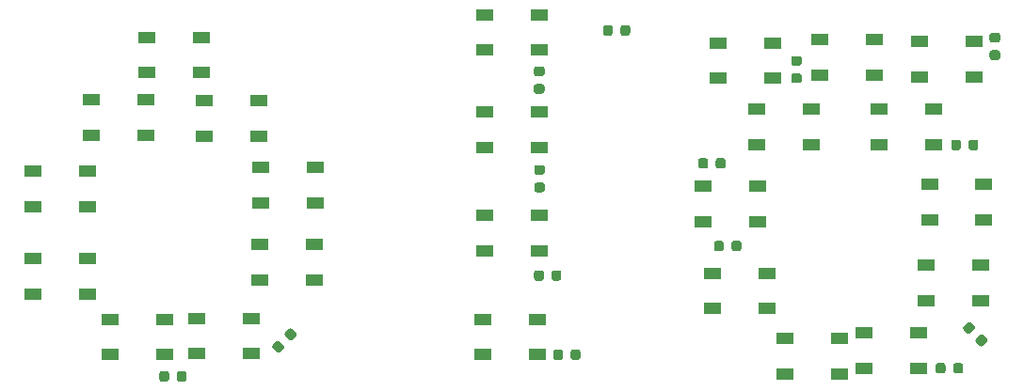
<source format=gbr>
%TF.GenerationSoftware,KiCad,Pcbnew,(5.1.10)-1*%
%TF.CreationDate,2021-10-30T22:23:43+11:00*%
%TF.ProjectId,HYD ISO Panel PCB V2,48594420-4953-44f2-9050-616e656c2050,rev?*%
%TF.SameCoordinates,Original*%
%TF.FileFunction,Paste,Top*%
%TF.FilePolarity,Positive*%
%FSLAX46Y46*%
G04 Gerber Fmt 4.6, Leading zero omitted, Abs format (unit mm)*
G04 Created by KiCad (PCBNEW (5.1.10)-1) date 2021-10-30 22:23:43*
%MOMM*%
%LPD*%
G01*
G04 APERTURE LIST*
%ADD10R,1.500000X1.000000*%
G04 APERTURE END LIST*
%TO.C,R1*%
G36*
G01*
X131784940Y-66253070D02*
X131784940Y-65740570D01*
G75*
G02*
X132003690Y-65521820I218750J0D01*
G01*
X132441190Y-65521820D01*
G75*
G02*
X132659940Y-65740570I0J-218750D01*
G01*
X132659940Y-66253070D01*
G75*
G02*
X132441190Y-66471820I-218750J0D01*
G01*
X132003690Y-66471820D01*
G75*
G02*
X131784940Y-66253070I0J218750D01*
G01*
G37*
G36*
G01*
X130209940Y-66253070D02*
X130209940Y-65740570D01*
G75*
G02*
X130428690Y-65521820I218750J0D01*
G01*
X130866190Y-65521820D01*
G75*
G02*
X131084940Y-65740570I0J-218750D01*
G01*
X131084940Y-66253070D01*
G75*
G02*
X130866190Y-66471820I-218750J0D01*
G01*
X130428690Y-66471820D01*
G75*
G02*
X130209940Y-66253070I0J218750D01*
G01*
G37*
%TD*%
%TO.C,C15*%
G36*
G01*
X141787260Y-85676450D02*
X141787260Y-85163950D01*
G75*
G02*
X142006010Y-84945200I218750J0D01*
G01*
X142443510Y-84945200D01*
G75*
G02*
X142662260Y-85163950I0J-218750D01*
G01*
X142662260Y-85676450D01*
G75*
G02*
X142443510Y-85895200I-218750J0D01*
G01*
X142006010Y-85895200D01*
G75*
G02*
X141787260Y-85676450I0J218750D01*
G01*
G37*
G36*
G01*
X140212260Y-85676450D02*
X140212260Y-85163950D01*
G75*
G02*
X140431010Y-84945200I218750J0D01*
G01*
X140868510Y-84945200D01*
G75*
G02*
X141087260Y-85163950I0J-218750D01*
G01*
X141087260Y-85676450D01*
G75*
G02*
X140868510Y-85895200I-218750J0D01*
G01*
X140431010Y-85895200D01*
G75*
G02*
X140212260Y-85676450I0J218750D01*
G01*
G37*
%TD*%
%TO.C,C14*%
G36*
G01*
X147368550Y-69864620D02*
X147881050Y-69864620D01*
G75*
G02*
X148099800Y-70083370I0J-218750D01*
G01*
X148099800Y-70520870D01*
G75*
G02*
X147881050Y-70739620I-218750J0D01*
G01*
X147368550Y-70739620D01*
G75*
G02*
X147149800Y-70520870I0J218750D01*
G01*
X147149800Y-70083370D01*
G75*
G02*
X147368550Y-69864620I218750J0D01*
G01*
G37*
G36*
G01*
X147368550Y-68289620D02*
X147881050Y-68289620D01*
G75*
G02*
X148099800Y-68508370I0J-218750D01*
G01*
X148099800Y-68945870D01*
G75*
G02*
X147881050Y-69164620I-218750J0D01*
G01*
X147368550Y-69164620D01*
G75*
G02*
X147149800Y-68945870I0J218750D01*
G01*
X147149800Y-68508370D01*
G75*
G02*
X147368550Y-68289620I218750J0D01*
G01*
G37*
%TD*%
%TO.C,C13*%
G36*
G01*
X165214590Y-67779480D02*
X165727090Y-67779480D01*
G75*
G02*
X165945840Y-67998230I0J-218750D01*
G01*
X165945840Y-68435730D01*
G75*
G02*
X165727090Y-68654480I-218750J0D01*
G01*
X165214590Y-68654480D01*
G75*
G02*
X164995840Y-68435730I0J218750D01*
G01*
X164995840Y-67998230D01*
G75*
G02*
X165214590Y-67779480I218750J0D01*
G01*
G37*
G36*
G01*
X165214590Y-66204480D02*
X165727090Y-66204480D01*
G75*
G02*
X165945840Y-66423230I0J-218750D01*
G01*
X165945840Y-66860730D01*
G75*
G02*
X165727090Y-67079480I-218750J0D01*
G01*
X165214590Y-67079480D01*
G75*
G02*
X164995840Y-66860730I0J218750D01*
G01*
X164995840Y-66423230D01*
G75*
G02*
X165214590Y-66204480I218750J0D01*
G01*
G37*
%TD*%
%TO.C,C12*%
G36*
G01*
X163643742Y-92915729D02*
X163281349Y-93278122D01*
G75*
G02*
X162971989Y-93278122I-154680J154680D01*
G01*
X162662630Y-92968763D01*
G75*
G02*
X162662630Y-92659403I154680J154680D01*
G01*
X163025023Y-92297010D01*
G75*
G02*
X163334383Y-92297010I154680J-154680D01*
G01*
X163643742Y-92606369D01*
G75*
G02*
X163643742Y-92915729I-154680J-154680D01*
G01*
G37*
G36*
G01*
X164757436Y-94029423D02*
X164395043Y-94391816D01*
G75*
G02*
X164085683Y-94391816I-154680J154680D01*
G01*
X163776324Y-94082457D01*
G75*
G02*
X163776324Y-93773097I154680J154680D01*
G01*
X164138717Y-93410704D01*
G75*
G02*
X164448077Y-93410704I154680J-154680D01*
G01*
X164757436Y-93720063D01*
G75*
G02*
X164757436Y-94029423I-154680J-154680D01*
G01*
G37*
%TD*%
%TO.C,C11*%
G36*
G01*
X161029000Y-96172310D02*
X161029000Y-96684810D01*
G75*
G02*
X160810250Y-96903560I-218750J0D01*
G01*
X160372750Y-96903560D01*
G75*
G02*
X160154000Y-96684810I0J218750D01*
G01*
X160154000Y-96172310D01*
G75*
G02*
X160372750Y-95953560I218750J0D01*
G01*
X160810250Y-95953560D01*
G75*
G02*
X161029000Y-96172310I0J-218750D01*
G01*
G37*
G36*
G01*
X162604000Y-96172310D02*
X162604000Y-96684810D01*
G75*
G02*
X162385250Y-96903560I-218750J0D01*
G01*
X161947750Y-96903560D01*
G75*
G02*
X161729000Y-96684810I0J218750D01*
G01*
X161729000Y-96172310D01*
G75*
G02*
X161947750Y-95953560I218750J0D01*
G01*
X162385250Y-95953560D01*
G75*
G02*
X162604000Y-96172310I0J-218750D01*
G01*
G37*
%TD*%
%TO.C,C9*%
G36*
G01*
X162410560Y-76047890D02*
X162410560Y-76560390D01*
G75*
G02*
X162191810Y-76779140I-218750J0D01*
G01*
X161754310Y-76779140D01*
G75*
G02*
X161535560Y-76560390I0J218750D01*
G01*
X161535560Y-76047890D01*
G75*
G02*
X161754310Y-75829140I218750J0D01*
G01*
X162191810Y-75829140D01*
G75*
G02*
X162410560Y-76047890I0J-218750D01*
G01*
G37*
G36*
G01*
X163985560Y-76047890D02*
X163985560Y-76560390D01*
G75*
G02*
X163766810Y-76779140I-218750J0D01*
G01*
X163329310Y-76779140D01*
G75*
G02*
X163110560Y-76560390I0J218750D01*
G01*
X163110560Y-76047890D01*
G75*
G02*
X163329310Y-75829140I218750J0D01*
G01*
X163766810Y-75829140D01*
G75*
G02*
X163985560Y-76047890I0J-218750D01*
G01*
G37*
%TD*%
%TO.C,C8*%
G36*
G01*
X101135169Y-94003698D02*
X101497562Y-94366091D01*
G75*
G02*
X101497562Y-94675451I-154680J-154680D01*
G01*
X101188203Y-94984810D01*
G75*
G02*
X100878843Y-94984810I-154680J154680D01*
G01*
X100516450Y-94622417D01*
G75*
G02*
X100516450Y-94313057I154680J154680D01*
G01*
X100825809Y-94003698D01*
G75*
G02*
X101135169Y-94003698I154680J-154680D01*
G01*
G37*
G36*
G01*
X102248863Y-92890004D02*
X102611256Y-93252397D01*
G75*
G02*
X102611256Y-93561757I-154680J-154680D01*
G01*
X102301897Y-93871116D01*
G75*
G02*
X101992537Y-93871116I-154680J154680D01*
G01*
X101630144Y-93508723D01*
G75*
G02*
X101630144Y-93199363I154680J154680D01*
G01*
X101939503Y-92890004D01*
G75*
G02*
X102248863Y-92890004I154680J-154680D01*
G01*
G37*
%TD*%
%TO.C,C7*%
G36*
G01*
X140359980Y-78229170D02*
X140359980Y-77716670D01*
G75*
G02*
X140578730Y-77497920I218750J0D01*
G01*
X141016230Y-77497920D01*
G75*
G02*
X141234980Y-77716670I0J-218750D01*
G01*
X141234980Y-78229170D01*
G75*
G02*
X141016230Y-78447920I-218750J0D01*
G01*
X140578730Y-78447920D01*
G75*
G02*
X140359980Y-78229170I0J218750D01*
G01*
G37*
G36*
G01*
X138784980Y-78229170D02*
X138784980Y-77716670D01*
G75*
G02*
X139003730Y-77497920I218750J0D01*
G01*
X139441230Y-77497920D01*
G75*
G02*
X139659980Y-77716670I0J-218750D01*
G01*
X139659980Y-78229170D01*
G75*
G02*
X139441230Y-78447920I-218750J0D01*
G01*
X139003730Y-78447920D01*
G75*
G02*
X138784980Y-78229170I0J218750D01*
G01*
G37*
%TD*%
%TO.C,C6*%
G36*
G01*
X124767050Y-78994420D02*
X124254550Y-78994420D01*
G75*
G02*
X124035800Y-78775670I0J218750D01*
G01*
X124035800Y-78338170D01*
G75*
G02*
X124254550Y-78119420I218750J0D01*
G01*
X124767050Y-78119420D01*
G75*
G02*
X124985800Y-78338170I0J-218750D01*
G01*
X124985800Y-78775670D01*
G75*
G02*
X124767050Y-78994420I-218750J0D01*
G01*
G37*
G36*
G01*
X124767050Y-80569420D02*
X124254550Y-80569420D01*
G75*
G02*
X124035800Y-80350670I0J218750D01*
G01*
X124035800Y-79913170D01*
G75*
G02*
X124254550Y-79694420I218750J0D01*
G01*
X124767050Y-79694420D01*
G75*
G02*
X124985800Y-79913170I0J-218750D01*
G01*
X124985800Y-80350670D01*
G75*
G02*
X124767050Y-80569420I-218750J0D01*
G01*
G37*
%TD*%
%TO.C,C5*%
G36*
G01*
X124736570Y-70119660D02*
X124224070Y-70119660D01*
G75*
G02*
X124005320Y-69900910I0J218750D01*
G01*
X124005320Y-69463410D01*
G75*
G02*
X124224070Y-69244660I218750J0D01*
G01*
X124736570Y-69244660D01*
G75*
G02*
X124955320Y-69463410I0J-218750D01*
G01*
X124955320Y-69900910D01*
G75*
G02*
X124736570Y-70119660I-218750J0D01*
G01*
G37*
G36*
G01*
X124736570Y-71694660D02*
X124224070Y-71694660D01*
G75*
G02*
X124005320Y-71475910I0J218750D01*
G01*
X124005320Y-71038410D01*
G75*
G02*
X124224070Y-70819660I218750J0D01*
G01*
X124736570Y-70819660D01*
G75*
G02*
X124955320Y-71038410I0J-218750D01*
G01*
X124955320Y-71475910D01*
G75*
G02*
X124736570Y-71694660I-218750J0D01*
G01*
G37*
%TD*%
%TO.C,C4*%
G36*
G01*
X124897300Y-87813170D02*
X124897300Y-88325670D01*
G75*
G02*
X124678550Y-88544420I-218750J0D01*
G01*
X124241050Y-88544420D01*
G75*
G02*
X124022300Y-88325670I0J218750D01*
G01*
X124022300Y-87813170D01*
G75*
G02*
X124241050Y-87594420I218750J0D01*
G01*
X124678550Y-87594420D01*
G75*
G02*
X124897300Y-87813170I0J-218750D01*
G01*
G37*
G36*
G01*
X126472300Y-87813170D02*
X126472300Y-88325670D01*
G75*
G02*
X126253550Y-88544420I-218750J0D01*
G01*
X125816050Y-88544420D01*
G75*
G02*
X125597300Y-88325670I0J218750D01*
G01*
X125597300Y-87813170D01*
G75*
G02*
X125816050Y-87594420I218750J0D01*
G01*
X126253550Y-87594420D01*
G75*
G02*
X126472300Y-87813170I0J-218750D01*
G01*
G37*
%TD*%
%TO.C,C3*%
G36*
G01*
X126619620Y-94950570D02*
X126619620Y-95463070D01*
G75*
G02*
X126400870Y-95681820I-218750J0D01*
G01*
X125963370Y-95681820D01*
G75*
G02*
X125744620Y-95463070I0J218750D01*
G01*
X125744620Y-94950570D01*
G75*
G02*
X125963370Y-94731820I218750J0D01*
G01*
X126400870Y-94731820D01*
G75*
G02*
X126619620Y-94950570I0J-218750D01*
G01*
G37*
G36*
G01*
X128194620Y-94950570D02*
X128194620Y-95463070D01*
G75*
G02*
X127975870Y-95681820I-218750J0D01*
G01*
X127538370Y-95681820D01*
G75*
G02*
X127319620Y-95463070I0J218750D01*
G01*
X127319620Y-94950570D01*
G75*
G02*
X127538370Y-94731820I218750J0D01*
G01*
X127975870Y-94731820D01*
G75*
G02*
X128194620Y-94950570I0J-218750D01*
G01*
G37*
%TD*%
%TO.C,C2*%
G36*
G01*
X91179000Y-96901290D02*
X91179000Y-97413790D01*
G75*
G02*
X90960250Y-97632540I-218750J0D01*
G01*
X90522750Y-97632540D01*
G75*
G02*
X90304000Y-97413790I0J218750D01*
G01*
X90304000Y-96901290D01*
G75*
G02*
X90522750Y-96682540I218750J0D01*
G01*
X90960250Y-96682540D01*
G75*
G02*
X91179000Y-96901290I0J-218750D01*
G01*
G37*
G36*
G01*
X92754000Y-96901290D02*
X92754000Y-97413790D01*
G75*
G02*
X92535250Y-97632540I-218750J0D01*
G01*
X92097750Y-97632540D01*
G75*
G02*
X91879000Y-97413790I0J218750D01*
G01*
X91879000Y-96901290D01*
G75*
G02*
X92097750Y-96682540I218750J0D01*
G01*
X92535250Y-96682540D01*
G75*
G02*
X92754000Y-96901290I0J-218750D01*
G01*
G37*
%TD*%
D10*
%TO.C,D21*%
X153697600Y-93218000D03*
X153697600Y-96418000D03*
X158597600Y-93218000D03*
X158597600Y-96418000D03*
%TD*%
%TO.C,D22*%
X146597200Y-93751600D03*
X146597200Y-96951600D03*
X151497200Y-93751600D03*
X151497200Y-96951600D03*
%TD*%
%TO.C,D20*%
X159258000Y-87122000D03*
X159258000Y-90322000D03*
X164158000Y-87122000D03*
X164158000Y-90322000D03*
%TD*%
%TO.C,D23*%
X140083200Y-87858800D03*
X140083200Y-91058800D03*
X144983200Y-87858800D03*
X144983200Y-91058800D03*
%TD*%
%TO.C,D19*%
X159590400Y-79858000D03*
X159590400Y-83058000D03*
X164490400Y-79858000D03*
X164490400Y-83058000D03*
%TD*%
%TO.C,D24*%
X139219600Y-80010000D03*
X139219600Y-83210000D03*
X144119600Y-80010000D03*
X144119600Y-83210000D03*
%TD*%
%TO.C,D18*%
X155092400Y-73101200D03*
X155092400Y-76301200D03*
X159992400Y-73101200D03*
X159992400Y-76301200D03*
%TD*%
%TO.C,D17*%
X144057200Y-73076000D03*
X144057200Y-76276000D03*
X148957200Y-73076000D03*
X148957200Y-76276000D03*
%TD*%
%TO.C,D16*%
X158676000Y-66954400D03*
X158676000Y-70154400D03*
X163576000Y-66954400D03*
X163576000Y-70154400D03*
%TD*%
%TO.C,D15*%
X149758400Y-66802000D03*
X149758400Y-70002000D03*
X154658400Y-66802000D03*
X154658400Y-70002000D03*
%TD*%
%TO.C,D14*%
X140614400Y-67106800D03*
X140614400Y-70306800D03*
X145514400Y-67106800D03*
X145514400Y-70306800D03*
%TD*%
%TO.C,D13*%
X119430800Y-91998800D03*
X119430800Y-95198800D03*
X124330800Y-91998800D03*
X124330800Y-95198800D03*
%TD*%
%TO.C,D12*%
X119560000Y-82651600D03*
X119560000Y-85851600D03*
X124460000Y-82651600D03*
X124460000Y-85851600D03*
%TD*%
%TO.C,D11*%
X119610800Y-73304400D03*
X119610800Y-76504400D03*
X124510800Y-73304400D03*
X124510800Y-76504400D03*
%TD*%
%TO.C,D10*%
X119571600Y-64566800D03*
X119571600Y-67766800D03*
X124471600Y-64566800D03*
X124471600Y-67766800D03*
%TD*%
%TO.C,D9*%
X84203200Y-72237600D03*
X84203200Y-75437600D03*
X89103200Y-72237600D03*
X89103200Y-75437600D03*
%TD*%
%TO.C,D8*%
X78943200Y-78638800D03*
X78943200Y-81838800D03*
X83843200Y-78638800D03*
X83843200Y-81838800D03*
%TD*%
%TO.C,D7*%
X78920000Y-86512800D03*
X78920000Y-89712800D03*
X83820000Y-86512800D03*
X83820000Y-89712800D03*
%TD*%
%TO.C,D6*%
X85852000Y-91998800D03*
X85852000Y-95198800D03*
X90752000Y-91998800D03*
X90752000Y-95198800D03*
%TD*%
%TO.C,D5*%
X93663600Y-91922800D03*
X93663600Y-95122800D03*
X98563600Y-91922800D03*
X98563600Y-95122800D03*
%TD*%
%TO.C,D4*%
X99364800Y-85242400D03*
X99364800Y-88442400D03*
X104264800Y-85242400D03*
X104264800Y-88442400D03*
%TD*%
%TO.C,D3*%
X99454800Y-78359200D03*
X99454800Y-81559200D03*
X104354800Y-78359200D03*
X104354800Y-81559200D03*
%TD*%
%TO.C,D2*%
X94335600Y-72288400D03*
X94335600Y-75488400D03*
X99235600Y-72288400D03*
X99235600Y-75488400D03*
%TD*%
%TO.C,D1*%
X89181600Y-66598800D03*
X89181600Y-69798800D03*
X94081600Y-66598800D03*
X94081600Y-69798800D03*
%TD*%
M02*

</source>
